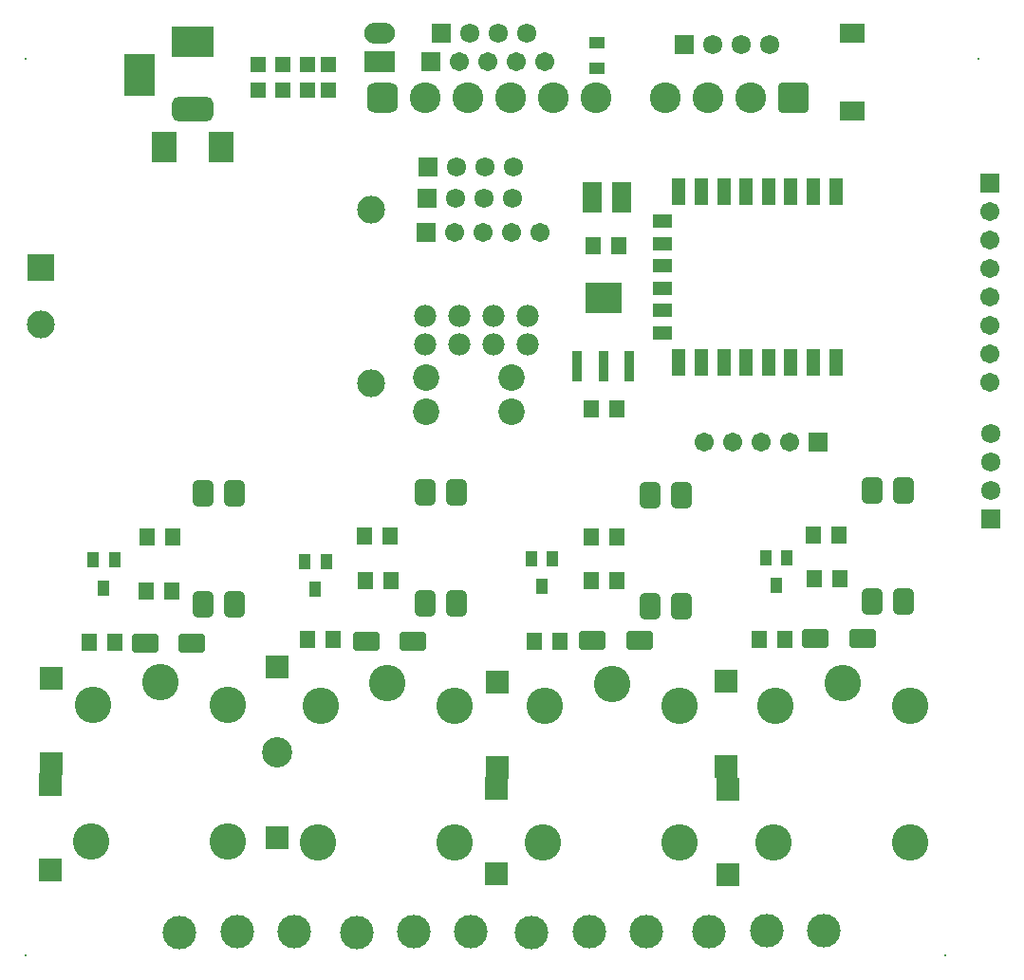
<source format=gts>
G04*
G04 #@! TF.GenerationSoftware,Altium Limited,Altium Designer,20.2.6 (244)*
G04*
G04 Layer_Color=8388736*
%FSTAX25Y25*%
%MOIN*%
G70*
G04*
G04 #@! TF.SameCoordinates,D37F4820-9CCB-4A9C-A827-6EB3CEA44CBB*
G04*
G04*
G04 #@! TF.FilePolarity,Negative*
G04*
G01*
G75*
%ADD35R,0.05524X0.04343*%
%ADD36R,0.05800X0.06300*%
%ADD37R,0.06800X0.11036*%
G04:AMPARAMS|DCode=38|XSize=74.93mil|YSize=94.61mil|CornerRadius=20.73mil|HoleSize=0mil|Usage=FLASHONLY|Rotation=180.000|XOffset=0mil|YOffset=0mil|HoleType=Round|Shape=RoundedRectangle|*
%AMROUNDEDRECTD38*
21,1,0.07493,0.05315,0,0,180.0*
21,1,0.03347,0.09461,0,0,180.0*
1,1,0.04146,-0.01673,0.02657*
1,1,0.04146,0.01673,0.02657*
1,1,0.04146,0.01673,-0.02657*
1,1,0.04146,-0.01673,-0.02657*
%
%ADD38ROUNDEDRECTD38*%
%ADD39R,0.04147X0.05524*%
%ADD40R,0.05524X0.05524*%
G04:AMPARAMS|DCode=41|XSize=94.61mil|YSize=67.06mil|CornerRadius=11.38mil|HoleSize=0mil|Usage=FLASHONLY|Rotation=0.000|XOffset=0mil|YOffset=0mil|HoleType=Round|Shape=RoundedRectangle|*
%AMROUNDEDRECTD41*
21,1,0.09461,0.04429,0,0,0.0*
21,1,0.07185,0.06706,0,0,0.0*
1,1,0.02276,0.03593,-0.02215*
1,1,0.02276,-0.03593,-0.02215*
1,1,0.02276,-0.03593,0.02215*
1,1,0.02276,0.03593,0.02215*
%
%ADD41ROUNDEDRECTD41*%
%ADD42R,0.08674X0.06706*%
%ADD43R,0.06706X0.04737*%
%ADD44R,0.04737X0.09658*%
%ADD45R,0.12611X0.10800*%
%ADD46R,0.03556X0.10800*%
%ADD47C,0.10800*%
%ADD48O,0.10800X0.07300*%
%ADD49R,0.10800X0.07300*%
%ADD50C,0.06706*%
%ADD51R,0.06706X0.06706*%
%ADD52C,0.09800*%
%ADD53R,0.09800X0.09800*%
%ADD54R,0.08674X0.10642*%
%ADD55C,0.12800*%
%ADD56R,0.07887X0.07887*%
%ADD57C,0.11800*%
%ADD58C,0.10642*%
%ADD59C,0.09300*%
%ADD60R,0.06706X0.06706*%
%ADD61C,0.00800*%
%ADD62C,0.06784*%
%ADD63R,0.06784X0.06784*%
%ADD64C,0.07800*%
G04:AMPARAMS|DCode=65|XSize=145.8mil|YSize=86.74mil|CornerRadius=23.68mil|HoleSize=0mil|Usage=FLASHONLY|Rotation=0.000|XOffset=0mil|YOffset=0mil|HoleType=Round|Shape=RoundedRectangle|*
%AMROUNDEDRECTD65*
21,1,0.14580,0.03937,0,0,0.0*
21,1,0.09843,0.08674,0,0,0.0*
1,1,0.04737,0.04921,-0.01968*
1,1,0.04737,-0.04921,-0.01968*
1,1,0.04737,-0.04921,0.01968*
1,1,0.04737,0.04921,0.01968*
%
%ADD65ROUNDEDRECTD65*%
%ADD66R,0.14580X0.10642*%
%ADD67R,0.10642X0.14580*%
G04:AMPARAMS|DCode=68|XSize=108mil|YSize=108mil|CornerRadius=29mil|HoleSize=0mil|Usage=FLASHONLY|Rotation=90.000|XOffset=0mil|YOffset=0mil|HoleType=Round|Shape=RoundedRectangle|*
%AMROUNDEDRECTD68*
21,1,0.10800,0.05000,0,0,90.0*
21,1,0.05000,0.10800,0,0,90.0*
1,1,0.05800,0.02500,0.02500*
1,1,0.05800,0.02500,-0.02500*
1,1,0.05800,-0.02500,-0.02500*
1,1,0.05800,-0.02500,0.02500*
%
%ADD68ROUNDEDRECTD68*%
G04:AMPARAMS|DCode=69|XSize=108mil|YSize=108mil|CornerRadius=16.5mil|HoleSize=0mil|Usage=FLASHONLY|Rotation=90.000|XOffset=0mil|YOffset=0mil|HoleType=Round|Shape=RoundedRectangle|*
%AMROUNDEDRECTD69*
21,1,0.10800,0.07500,0,0,90.0*
21,1,0.07500,0.10800,0,0,90.0*
1,1,0.03300,0.03750,0.03750*
1,1,0.03300,0.03750,-0.03750*
1,1,0.03300,-0.03750,-0.03750*
1,1,0.03300,-0.03750,0.03750*
%
%ADD69ROUNDEDRECTD69*%
%ADD70R,0.06784X0.06784*%
D35*
X11701Y0969D02*
D03*
Y096D02*
D03*
D36*
X1169Y08976D02*
D03*
X1178D02*
D03*
X12554Y07807D02*
D03*
X12553Y07959D02*
D03*
X11771Y078D02*
D03*
X11772Y07953D02*
D03*
X11681Y08402D02*
D03*
X11771D02*
D03*
X11681Y078D02*
D03*
X10121Y07952D02*
D03*
X10211D02*
D03*
X09919Y07581D02*
D03*
X10009D02*
D03*
X10119Y07762D02*
D03*
X10209D02*
D03*
X10684Y07592D02*
D03*
X10774D02*
D03*
X10888Y078D02*
D03*
X10978D02*
D03*
X10884Y07957D02*
D03*
X10974D02*
D03*
X11682Y07953D02*
D03*
X11483Y07587D02*
D03*
X11573D02*
D03*
X12463Y07959D02*
D03*
X12272Y07593D02*
D03*
X12362D02*
D03*
X12464Y07807D02*
D03*
D37*
X1179015Y09147D02*
D03*
X1168385D02*
D03*
D38*
X12668Y07727D02*
D03*
X12778Y08117D02*
D03*
X1189Y07709D02*
D03*
X12Y08099D02*
D03*
X1189D02*
D03*
X12Y07709D02*
D03*
X11208Y08108D02*
D03*
X11098D02*
D03*
X11208Y07718D02*
D03*
X11098D02*
D03*
X10428Y08105D02*
D03*
X10318D02*
D03*
X10428Y07715D02*
D03*
X10318D02*
D03*
X12668Y08117D02*
D03*
X12778Y07727D02*
D03*
D39*
X0997Y0777279D02*
D03*
X09933Y07871D02*
D03*
X100074Y0787121D02*
D03*
X107504Y0786621D02*
D03*
X10676Y07866D02*
D03*
X10713Y0776779D02*
D03*
X115464Y0787621D02*
D03*
X11472Y07876D02*
D03*
X11509Y0777779D02*
D03*
X123684Y0788021D02*
D03*
X12294Y0788D02*
D03*
X12331Y0778179D02*
D03*
D40*
X1076Y09613D02*
D03*
Y09523D02*
D03*
X1051351D02*
D03*
Y09613D02*
D03*
X10598Y09523D02*
D03*
Y09613D02*
D03*
X1068401Y09523D02*
D03*
Y09613D02*
D03*
D41*
X1027968Y0758086D02*
D03*
X1011432D02*
D03*
X1105568Y0758586D02*
D03*
X1089032D02*
D03*
X1185168Y0759086D02*
D03*
X1168632D02*
D03*
X1263369Y0759686D02*
D03*
X1246833D02*
D03*
D42*
X126Y0972379D02*
D03*
Y094482D02*
D03*
D43*
X1193072Y0866935D02*
D03*
Y0874809D02*
D03*
Y0882683D02*
D03*
Y0890557D02*
D03*
Y0898431D02*
D03*
Y0906305D02*
D03*
D44*
X1198978Y0916639D02*
D03*
X1206852D02*
D03*
X1214726D02*
D03*
X12226D02*
D03*
X1230474D02*
D03*
X1238348D02*
D03*
X1246222D02*
D03*
X1254096D02*
D03*
X1238348Y08566D02*
D03*
X1230474D02*
D03*
X12226D02*
D03*
X1214726D02*
D03*
X1206852D02*
D03*
X1198978D02*
D03*
X1246222D02*
D03*
X1254096D02*
D03*
D45*
X11724Y08794D02*
D03*
D46*
X1181455Y08554D02*
D03*
X1163345D02*
D03*
X11724D02*
D03*
D47*
X11399Y0949533D02*
D03*
X11249D02*
D03*
X11699D02*
D03*
X11549D02*
D03*
X11099D02*
D03*
X11399D02*
D03*
X11249D02*
D03*
X1224101D02*
D03*
X1209101D02*
D03*
X1194101D02*
D03*
D48*
X1094Y09721D02*
D03*
D49*
Y09621D02*
D03*
D50*
X12078Y08286D02*
D03*
X12178D02*
D03*
X12278D02*
D03*
X12378D02*
D03*
X13082Y09096D02*
D03*
Y08996D02*
D03*
Y08896D02*
D03*
Y08796D02*
D03*
Y08696D02*
D03*
Y08596D02*
D03*
Y08496D02*
D03*
X11518Y09621D02*
D03*
X11418D02*
D03*
X11318D02*
D03*
X11218D02*
D03*
X11202Y09024D02*
D03*
X11302D02*
D03*
X11402D02*
D03*
X11502D02*
D03*
D51*
X12478Y08286D02*
D03*
X11118Y09621D02*
D03*
X11102Y09024D02*
D03*
D52*
X10907Y09103D02*
D03*
Y08493D02*
D03*
X09747Y08698D02*
D03*
D53*
Y08898D02*
D03*
D54*
X10182Y09323D02*
D03*
X10382D02*
D03*
D55*
X12321Y0688D02*
D03*
X12801D02*
D03*
X1256478Y0743905D02*
D03*
X11511Y06878D02*
D03*
X11991D02*
D03*
X1175478Y0743706D02*
D03*
X10723Y06879D02*
D03*
X11203D02*
D03*
X1096678Y0743806D02*
D03*
X09924Y06882D02*
D03*
X10404D02*
D03*
X1016778Y0744105D02*
D03*
X1232856Y0736031D02*
D03*
X12801D02*
D03*
X1151856Y0735831D02*
D03*
X11991D02*
D03*
X1073056Y0735931D02*
D03*
X11203D02*
D03*
X0993156Y0736232D02*
D03*
X10404D02*
D03*
D56*
X12161Y06765D02*
D03*
X12156Y07445D02*
D03*
Y07145D02*
D03*
X12161Y07065D02*
D03*
X11347Y0677D02*
D03*
X11352Y07443D02*
D03*
Y07143D02*
D03*
X11347Y0707D02*
D03*
X10578Y06895D02*
D03*
X1058Y07495D02*
D03*
X09783Y06781D02*
D03*
X09786Y07457D02*
D03*
Y07157D02*
D03*
X09783Y07081D02*
D03*
D57*
X12096Y06566D02*
D03*
X1249862Y0656862D02*
D03*
X1229862D02*
D03*
X11473Y06563D02*
D03*
X1187562Y0656562D02*
D03*
X1167562D02*
D03*
X1085699Y06563D02*
D03*
X1125961Y0656562D02*
D03*
X1105961D02*
D03*
X1023538Y0656338D02*
D03*
X10638Y06566D02*
D03*
X10438D02*
D03*
D58*
X1058Y07195D02*
D03*
X10578Y07195D02*
D03*
D59*
X11402Y08512D02*
D03*
X11102D02*
D03*
X11402Y08394D02*
D03*
X11102D02*
D03*
D60*
X13082Y09196D02*
D03*
D61*
X12924Y06482D02*
D03*
X09695D02*
D03*
Y09631D02*
D03*
X13042Y09634D02*
D03*
D62*
X11406Y09144D02*
D03*
X11306D02*
D03*
X11206D02*
D03*
X11408Y09254D02*
D03*
X11308D02*
D03*
X11208D02*
D03*
X1211Y09684D02*
D03*
X1221D02*
D03*
X1231D02*
D03*
X11256Y09722D02*
D03*
X11356D02*
D03*
X11456D02*
D03*
X13084Y08315D02*
D03*
Y08215D02*
D03*
Y08115D02*
D03*
D63*
X11106Y09144D02*
D03*
X11108Y09254D02*
D03*
X1201Y09684D02*
D03*
X11156Y09722D02*
D03*
D64*
X1145701Y0873095D02*
D03*
X1145701Y0863095D02*
D03*
X1109998Y0873095D02*
D03*
X1109998Y0863095D02*
D03*
X1121899Y0873095D02*
D03*
X1121899Y0863095D02*
D03*
X11338D02*
D03*
X11338Y0873095D02*
D03*
D65*
X10281Y0945678D02*
D03*
D66*
Y09693D02*
D03*
D67*
X1009596Y0957489D02*
D03*
D68*
X10949Y0949533D02*
D03*
D69*
X1239101D02*
D03*
D70*
X13084Y08015D02*
D03*
M02*

</source>
